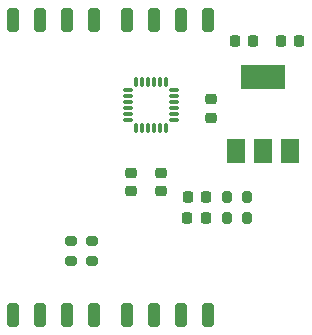
<source format=gbr>
%TF.GenerationSoftware,KiCad,Pcbnew,6.0.2-378541a8eb~116~ubuntu20.04.1*%
%TF.CreationDate,2022-03-15T11:55:05+02:00*%
%TF.ProjectId,ActionPCB,41637469-6f6e-4504-9342-2e6b69636164,rev?*%
%TF.SameCoordinates,Original*%
%TF.FileFunction,Paste,Top*%
%TF.FilePolarity,Positive*%
%FSLAX46Y46*%
G04 Gerber Fmt 4.6, Leading zero omitted, Abs format (unit mm)*
G04 Created by KiCad (PCBNEW 6.0.2-378541a8eb~116~ubuntu20.04.1) date 2022-03-15 11:55:05*
%MOMM*%
%LPD*%
G01*
G04 APERTURE LIST*
G04 Aperture macros list*
%AMRoundRect*
0 Rectangle with rounded corners*
0 $1 Rounding radius*
0 $2 $3 $4 $5 $6 $7 $8 $9 X,Y pos of 4 corners*
0 Add a 4 corners polygon primitive as box body*
4,1,4,$2,$3,$4,$5,$6,$7,$8,$9,$2,$3,0*
0 Add four circle primitives for the rounded corners*
1,1,$1+$1,$2,$3*
1,1,$1+$1,$4,$5*
1,1,$1+$1,$6,$7*
1,1,$1+$1,$8,$9*
0 Add four rect primitives between the rounded corners*
20,1,$1+$1,$2,$3,$4,$5,0*
20,1,$1+$1,$4,$5,$6,$7,0*
20,1,$1+$1,$6,$7,$8,$9,0*
20,1,$1+$1,$8,$9,$2,$3,0*%
G04 Aperture macros list end*
%ADD10RoundRect,0.075000X-0.350000X-0.075000X0.350000X-0.075000X0.350000X0.075000X-0.350000X0.075000X0*%
%ADD11RoundRect,0.075000X0.075000X-0.350000X0.075000X0.350000X-0.075000X0.350000X-0.075000X-0.350000X0*%
%ADD12RoundRect,0.250000X-0.250000X-0.750000X0.250000X-0.750000X0.250000X0.750000X-0.250000X0.750000X0*%
%ADD13RoundRect,0.218750X0.218750X0.256250X-0.218750X0.256250X-0.218750X-0.256250X0.218750X-0.256250X0*%
%ADD14RoundRect,0.200000X0.200000X0.275000X-0.200000X0.275000X-0.200000X-0.275000X0.200000X-0.275000X0*%
%ADD15RoundRect,0.225000X0.225000X0.250000X-0.225000X0.250000X-0.225000X-0.250000X0.225000X-0.250000X0*%
%ADD16R,1.500000X2.000000*%
%ADD17R,3.800000X2.000000*%
%ADD18RoundRect,0.225000X-0.250000X0.225000X-0.250000X-0.225000X0.250000X-0.225000X0.250000X0.225000X0*%
%ADD19RoundRect,0.200000X-0.275000X0.200000X-0.275000X-0.200000X0.275000X-0.200000X0.275000X0.200000X0*%
%ADD20RoundRect,0.225000X0.250000X-0.225000X0.250000X0.225000X-0.250000X0.225000X-0.250000X-0.225000X0*%
%ADD21RoundRect,0.225000X-0.225000X-0.250000X0.225000X-0.250000X0.225000X0.250000X-0.225000X0.250000X0*%
G04 APERTURE END LIST*
D10*
%TO.C,U1*%
X124696000Y-41965000D03*
X124696000Y-42465000D03*
X124696000Y-42965000D03*
X124696000Y-43465000D03*
X124696000Y-43965000D03*
X124696000Y-44465000D03*
D11*
X125396000Y-45165000D03*
X125896000Y-45165000D03*
X126396000Y-45165000D03*
X126896000Y-45165000D03*
X127396000Y-45165000D03*
X127896000Y-45165000D03*
D10*
X128596000Y-44465000D03*
X128596000Y-43965000D03*
X128596000Y-43465000D03*
X128596000Y-42965000D03*
X128596000Y-42465000D03*
X128596000Y-41965000D03*
D11*
X127896000Y-41265000D03*
X127396000Y-41265000D03*
X126896000Y-41265000D03*
X126396000Y-41265000D03*
X125896000Y-41265000D03*
X125396000Y-41265000D03*
%TD*%
D12*
%TO.C,P16*%
X114990000Y-36000000D03*
%TD*%
%TO.C,P4*%
X124642000Y-61000000D03*
%TD*%
D13*
%TO.C,D2*%
X131294500Y-52765000D03*
X129719500Y-52765000D03*
%TD*%
D14*
%TO.C,R3*%
X134748000Y-50987000D03*
X133098000Y-50987000D03*
%TD*%
D12*
%TO.C,P14*%
X119562000Y-36000000D03*
%TD*%
D15*
%TO.C,C4*%
X139194000Y-37779000D03*
X137644000Y-37779000D03*
%TD*%
D12*
%TO.C,P3*%
X126928000Y-61000000D03*
%TD*%
%TO.C,P12*%
X124642000Y-36000000D03*
%TD*%
%TO.C,P11*%
X126928000Y-36000000D03*
%TD*%
D16*
%TO.C,U2*%
X133846000Y-47127000D03*
D17*
X136146000Y-40827000D03*
D16*
X136146000Y-47127000D03*
X138446000Y-47127000D03*
%TD*%
D12*
%TO.C,P8*%
X114990000Y-61000000D03*
%TD*%
D18*
%TO.C,C1*%
X124970000Y-48929000D03*
X124970000Y-50479000D03*
%TD*%
D19*
%TO.C,R2*%
X121668000Y-54734000D03*
X121668000Y-56384000D03*
%TD*%
D18*
%TO.C,C2*%
X127510000Y-48942000D03*
X127510000Y-50492000D03*
%TD*%
D13*
%TO.C,D1*%
X131320000Y-50987000D03*
X129745000Y-50987000D03*
%TD*%
D20*
%TO.C,C5*%
X131701000Y-44275000D03*
X131701000Y-42725000D03*
%TD*%
D12*
%TO.C,P13*%
X121848000Y-36000000D03*
%TD*%
D14*
%TO.C,R4*%
X134749000Y-52765000D03*
X133099000Y-52765000D03*
%TD*%
D12*
%TO.C,P2*%
X129214000Y-61000000D03*
%TD*%
%TO.C,P15*%
X117276000Y-36000000D03*
%TD*%
D21*
%TO.C,C3*%
X133733000Y-37779000D03*
X135283000Y-37779000D03*
%TD*%
D12*
%TO.C,P6*%
X119562000Y-61000000D03*
%TD*%
%TO.C,P1*%
X131500000Y-61000000D03*
%TD*%
%TO.C,P7*%
X117276000Y-61000000D03*
%TD*%
%TO.C,P9*%
X131500000Y-36000000D03*
%TD*%
%TO.C,P10*%
X129214000Y-36000000D03*
%TD*%
%TO.C,P5*%
X121848000Y-61000000D03*
%TD*%
D19*
%TO.C,R1*%
X119890000Y-54734000D03*
X119890000Y-56384000D03*
%TD*%
M02*

</source>
